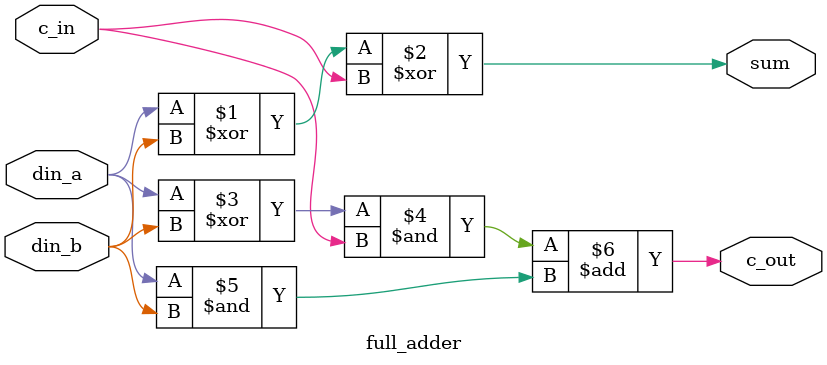
<source format=v>
`timescale 1ns/10ps

module full_adder(
    din_a,
    din_b,
    c_in,
    sum,
    c_out
);

input din_a;
input din_b;
input c_in;

output sum;
output c_out;

assign sum = (din_a ^ din_b) ^ c_in;
assign c_out = ((din_a ^ din_b) & c_in) + (din_a & din_b);

endmodule
</source>
